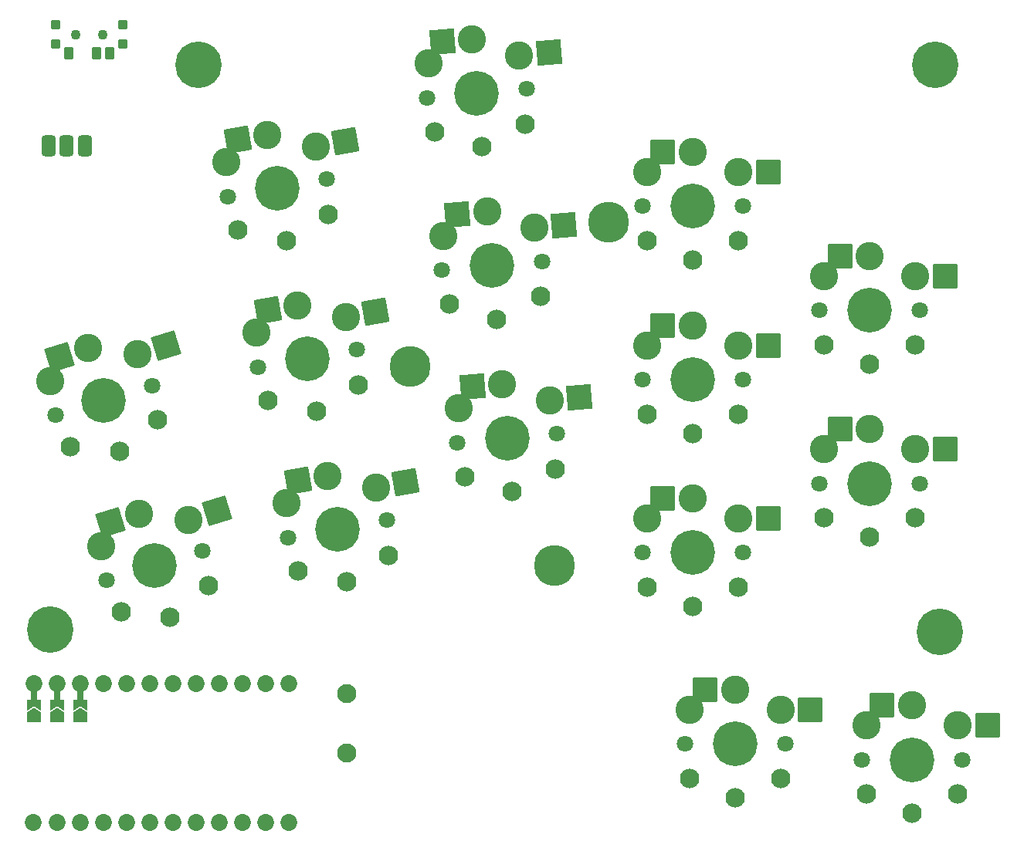
<source format=gbr>
%TF.GenerationSoftware,KiCad,Pcbnew,(6.0.4-0)*%
%TF.CreationDate,2022-07-26T17:28:23+02:00*%
%TF.ProjectId,wizza,77697a7a-612e-46b6-9963-61645f706362,v1.0.0*%
%TF.SameCoordinates,Original*%
%TF.FileFunction,Soldermask,Bot*%
%TF.FilePolarity,Negative*%
%FSLAX46Y46*%
G04 Gerber Fmt 4.6, Leading zero omitted, Abs format (unit mm)*
G04 Created by KiCad (PCBNEW (6.0.4-0)) date 2022-07-26 17:28:23*
%MOMM*%
%LPD*%
G01*
G04 APERTURE LIST*
G04 Aperture macros list*
%AMRoundRect*
0 Rectangle with rounded corners*
0 $1 Rounding radius*
0 $2 $3 $4 $5 $6 $7 $8 $9 X,Y pos of 4 corners*
0 Add a 4 corners polygon primitive as box body*
4,1,4,$2,$3,$4,$5,$6,$7,$8,$9,$2,$3,0*
0 Add four circle primitives for the rounded corners*
1,1,$1+$1,$2,$3*
1,1,$1+$1,$4,$5*
1,1,$1+$1,$6,$7*
1,1,$1+$1,$8,$9*
0 Add four rect primitives between the rounded corners*
20,1,$1+$1,$2,$3,$4,$5,0*
20,1,$1+$1,$4,$5,$6,$7,0*
20,1,$1+$1,$6,$7,$8,$9,0*
20,1,$1+$1,$8,$9,$2,$3,0*%
%AMFreePoly0*
4,1,16,0.685355,0.785355,0.700000,0.750000,0.691603,0.722265,0.210093,0.000000,0.691603,-0.722265,0.699029,-0.759806,0.677735,-0.791603,0.650000,-0.800000,-0.500000,-0.800000,-0.535355,-0.785355,-0.550000,-0.750000,-0.550000,0.750000,-0.535355,0.785355,-0.500000,0.800000,0.650000,0.800000,0.685355,0.785355,0.685355,0.785355,$1*%
%AMFreePoly1*
4,1,16,0.535355,0.785355,0.550000,0.750000,0.550000,-0.750000,0.535355,-0.785355,0.500000,-0.800000,-0.500000,-0.800000,-0.535355,-0.785355,-0.541603,-0.777735,-1.041603,-0.027735,-1.049029,0.009806,-1.041603,0.027735,-0.541603,0.777735,-0.509806,0.799029,-0.500000,0.800000,0.500000,0.800000,0.535355,0.785355,0.535355,0.785355,$1*%
G04 Aperture macros list end*
%ADD10RoundRect,0.050000X-0.450000X-0.450000X0.450000X-0.450000X0.450000X0.450000X-0.450000X0.450000X0*%
%ADD11C,1.100000*%
%ADD12RoundRect,0.050000X-0.450000X-0.625000X0.450000X-0.625000X0.450000X0.625000X-0.450000X0.625000X0*%
%ADD13RoundRect,0.425000X-0.375000X-0.750000X0.375000X-0.750000X0.375000X0.750000X-0.375000X0.750000X0*%
%ADD14C,2.100000*%
%ADD15C,5.100000*%
%ADD16C,3.100000*%
%ADD17C,1.801800*%
%ADD18C,4.900000*%
%ADD19C,2.132000*%
%ADD20RoundRect,0.050000X-1.181751X-1.408356X1.408356X-1.181751X1.181751X1.408356X-1.408356X1.181751X0*%
%ADD21RoundRect,0.050000X-1.054507X-1.505993X1.505993X-1.054507X1.054507X1.505993X-1.505993X1.054507X0*%
%ADD22RoundRect,0.050000X-0.250000X-0.762000X0.250000X-0.762000X0.250000X0.762000X-0.250000X0.762000X0*%
%ADD23C,1.852600*%
%ADD24FreePoly0,270.000000*%
%ADD25FreePoly1,270.000000*%
%ADD26C,4.500000*%
%ADD27RoundRect,0.050000X-0.863113X-1.623279X1.623279X-0.863113X0.863113X1.623279X-1.623279X0.863113X0*%
%ADD28RoundRect,0.050000X-1.300000X-1.300000X1.300000X-1.300000X1.300000X1.300000X-1.300000X1.300000X0*%
G04 APERTURE END LIST*
D10*
%TO.C,T2*%
X208650615Y-58006416D03*
X201250615Y-58006416D03*
X208650615Y-60206416D03*
X201250615Y-60206416D03*
D11*
X203450615Y-59106416D03*
X206450615Y-59106416D03*
D12*
X202700615Y-61181416D03*
X205700615Y-61181416D03*
X207200615Y-61181416D03*
%TD*%
D13*
%TO.C,PAD1*%
X204470000Y-71374000D03*
X202470000Y-71374000D03*
X200470000Y-71374000D03*
%TD*%
D14*
%TO.C,B1*%
X233172000Y-137954000D03*
X233172000Y-131454000D03*
%TD*%
D15*
%TO.C,*%
X216916000Y-62484000D03*
%TD*%
%TO.C,*%
X298196000Y-124714000D03*
%TD*%
%TO.C,*%
X297688000Y-62484000D03*
%TD*%
%TO.C,*%
X200660000Y-124460000D03*
%TD*%
D16*
%TO.C,S7*%
X248572246Y-78578358D03*
D17*
X254569894Y-84026360D03*
D18*
X249090824Y-84505717D03*
D16*
X253744962Y-80334208D03*
X243783015Y-81205766D03*
D17*
X243611752Y-84985073D03*
D19*
X254402988Y-87855477D03*
D20*
X245309708Y-78863793D03*
D19*
X244441041Y-88727035D03*
D20*
X257007500Y-80048773D03*
D19*
X249605042Y-90383265D03*
%TD*%
D16*
%TO.C,S8*%
X246916287Y-59650659D03*
X252089003Y-61406509D03*
D17*
X252913935Y-65098661D03*
D16*
X242127056Y-62278067D03*
D17*
X241955793Y-66057374D03*
D18*
X247434865Y-65578018D03*
D20*
X243653749Y-59936094D03*
D19*
X242785082Y-69799336D03*
X252747029Y-68927778D03*
X247949083Y-71455566D03*
D20*
X255351541Y-61121074D03*
%TD*%
D18*
%TO.C,S4*%
X228826421Y-94688497D03*
D17*
X223409977Y-95643561D03*
X234242862Y-93733431D03*
D16*
X223251201Y-91863709D03*
X233099278Y-90127227D03*
X227793213Y-88828890D03*
D21*
X224567967Y-89397588D03*
D19*
X234410322Y-97562525D03*
X224562244Y-99299007D03*
X229850944Y-100498862D03*
D21*
X236324524Y-89558529D03*
%TD*%
D22*
%TO.C,MCU1*%
X203962000Y-131717523D03*
D23*
X198798254Y-145574000D03*
X198882000Y-130334000D03*
D22*
X201422000Y-131717523D03*
D23*
X201422000Y-145574000D03*
X203962000Y-130334000D03*
X201422000Y-130334000D03*
D24*
X198882000Y-132667523D03*
X201422000Y-132667523D03*
D22*
X198882000Y-131717523D03*
D23*
X203962000Y-145574000D03*
D24*
X203962000Y-132667523D03*
D25*
X198882000Y-134117523D03*
X201422000Y-134117523D03*
X203962000Y-134117523D03*
D23*
X206502000Y-145574000D03*
X209042000Y-145574000D03*
X211582000Y-145574000D03*
X214122000Y-145574000D03*
X216662000Y-145574000D03*
X219202000Y-145574000D03*
X221742000Y-145574000D03*
X224282000Y-145574000D03*
X226822000Y-145574000D03*
X206502000Y-130334000D03*
X209042000Y-130334000D03*
X211582000Y-130334000D03*
X214122000Y-130334000D03*
X216662000Y-130334000D03*
X219202000Y-130334000D03*
X221742000Y-130334000D03*
X224282000Y-130334000D03*
X226822000Y-130334000D03*
%TD*%
D26*
%TO.C,*%
X255913847Y-117386926D03*
X261874000Y-79756000D03*
X240078461Y-95591387D03*
%TD*%
D17*
%TO.C,S1*%
X206838063Y-119027331D03*
D18*
X212097740Y-117419287D03*
D16*
X210358127Y-111729273D03*
X215782869Y-112371286D03*
X206219821Y-115295003D03*
D17*
X217357415Y-115811242D03*
D19*
X217990275Y-119591386D03*
D27*
X207226228Y-112686791D03*
D19*
X208427227Y-122515103D03*
X213822732Y-123061484D03*
D27*
X218914767Y-111413769D03*
%TD*%
D16*
%TO.C,S9*%
X266115600Y-112236367D03*
D17*
X276615600Y-115986366D03*
D16*
X271115600Y-110036366D03*
X276115600Y-112236367D03*
D18*
X271115601Y-115986367D03*
D17*
X265615600Y-115986366D03*
D19*
X266115600Y-119786366D03*
X276115600Y-119786366D03*
D28*
X267840599Y-110036366D03*
X279390600Y-112236367D03*
D19*
X271115600Y-121886366D03*
%TD*%
D16*
%TO.C,S12*%
X285515600Y-104636367D03*
D18*
X290515601Y-108386367D03*
D17*
X285015600Y-108386366D03*
X296015600Y-108386366D03*
D16*
X295515600Y-104636367D03*
X290515600Y-102436366D03*
D19*
X295515600Y-112186366D03*
X285515600Y-112186366D03*
D28*
X287240599Y-102436366D03*
X298790600Y-104636367D03*
D19*
X290515600Y-114286366D03*
%TD*%
D16*
%TO.C,S14*%
X270740600Y-133236367D03*
X275740600Y-131036366D03*
X280740600Y-133236367D03*
D18*
X275740601Y-136986367D03*
D17*
X281240600Y-136986366D03*
X270240600Y-136986366D03*
D28*
X272465599Y-131036366D03*
D19*
X280740600Y-140786366D03*
X270740600Y-140786366D03*
D28*
X284015600Y-133236367D03*
D19*
X275740600Y-142886366D03*
%TD*%
D17*
%TO.C,S3*%
X226709293Y-114354908D03*
X237542178Y-112444778D03*
D18*
X232125737Y-113399844D03*
D16*
X226550517Y-110575056D03*
X236398594Y-108838574D03*
X231092529Y-107540237D03*
D21*
X227867283Y-108108935D03*
D19*
X227861560Y-118010354D03*
X237709638Y-116273872D03*
X233150260Y-119210209D03*
D21*
X239623840Y-108269876D03*
%TD*%
D17*
%TO.C,S6*%
X256225854Y-102954059D03*
D16*
X245438975Y-100133465D03*
D18*
X250746784Y-103433416D03*
D16*
X250228206Y-97506057D03*
D17*
X245267712Y-103912772D03*
D16*
X255400922Y-99261907D03*
D20*
X246965668Y-97791492D03*
D19*
X256058948Y-106783176D03*
X246097001Y-107654734D03*
D20*
X258663460Y-98976472D03*
D19*
X251261002Y-109310964D03*
%TD*%
D16*
%TO.C,S15*%
X295140600Y-132746366D03*
X290140600Y-134946367D03*
D17*
X300640600Y-138696366D03*
D16*
X300140600Y-134946367D03*
D17*
X289640600Y-138696366D03*
D18*
X295140601Y-138696367D03*
D19*
X300140600Y-142496366D03*
X290140600Y-142496366D03*
D28*
X291865599Y-132746366D03*
D19*
X295140600Y-144596366D03*
D28*
X303415600Y-134946367D03*
%TD*%
D17*
%TO.C,S11*%
X276615600Y-77986366D03*
D16*
X266115600Y-74236367D03*
X271115600Y-72036366D03*
X276115600Y-74236367D03*
D18*
X271115601Y-77986367D03*
D17*
X265615600Y-77986366D03*
D19*
X276115600Y-81786366D03*
X266115600Y-81786366D03*
D28*
X267840599Y-72036366D03*
X279390600Y-74236367D03*
D19*
X271115600Y-83886366D03*
%TD*%
D16*
%TO.C,S2*%
X204803064Y-93559482D03*
X200664758Y-97125212D03*
D17*
X201283000Y-100857540D03*
D16*
X210227806Y-94201495D03*
D18*
X206542677Y-99249496D03*
D17*
X211802352Y-97641451D03*
D19*
X202872164Y-104345312D03*
D27*
X201671165Y-94517000D03*
D19*
X212435212Y-101421595D03*
D27*
X213359704Y-93243978D03*
D19*
X208267669Y-104891693D03*
%TD*%
D17*
%TO.C,S13*%
X285015600Y-89386366D03*
D16*
X285515600Y-85636367D03*
D17*
X296015600Y-89386366D03*
D16*
X290515600Y-83436366D03*
D18*
X290515601Y-89386367D03*
D16*
X295515600Y-85636367D03*
D19*
X295515600Y-93186366D03*
X285515600Y-93186366D03*
D28*
X287240599Y-83436366D03*
D19*
X290515600Y-95286366D03*
D28*
X298790600Y-85636367D03*
%TD*%
D16*
%TO.C,S5*%
X229799963Y-71415880D03*
D17*
X230943547Y-75022084D03*
X220110662Y-76932214D03*
D16*
X224493898Y-70117543D03*
D18*
X225527106Y-75977150D03*
D16*
X219951886Y-73152362D03*
D21*
X221268652Y-70686241D03*
D19*
X231111007Y-78851178D03*
X221262929Y-80587660D03*
D21*
X233025209Y-70847182D03*
D19*
X226551629Y-81787515D03*
%TD*%
D17*
%TO.C,S10*%
X276615600Y-96986366D03*
D18*
X271115601Y-96986367D03*
D16*
X271115600Y-91036366D03*
D17*
X265615600Y-96986366D03*
D16*
X266115600Y-93236367D03*
X276115600Y-93236367D03*
D19*
X276115600Y-100786366D03*
D28*
X267840599Y-91036366D03*
D19*
X266115600Y-100786366D03*
X271115600Y-102886366D03*
D28*
X279390600Y-93236367D03*
%TD*%
M02*

</source>
